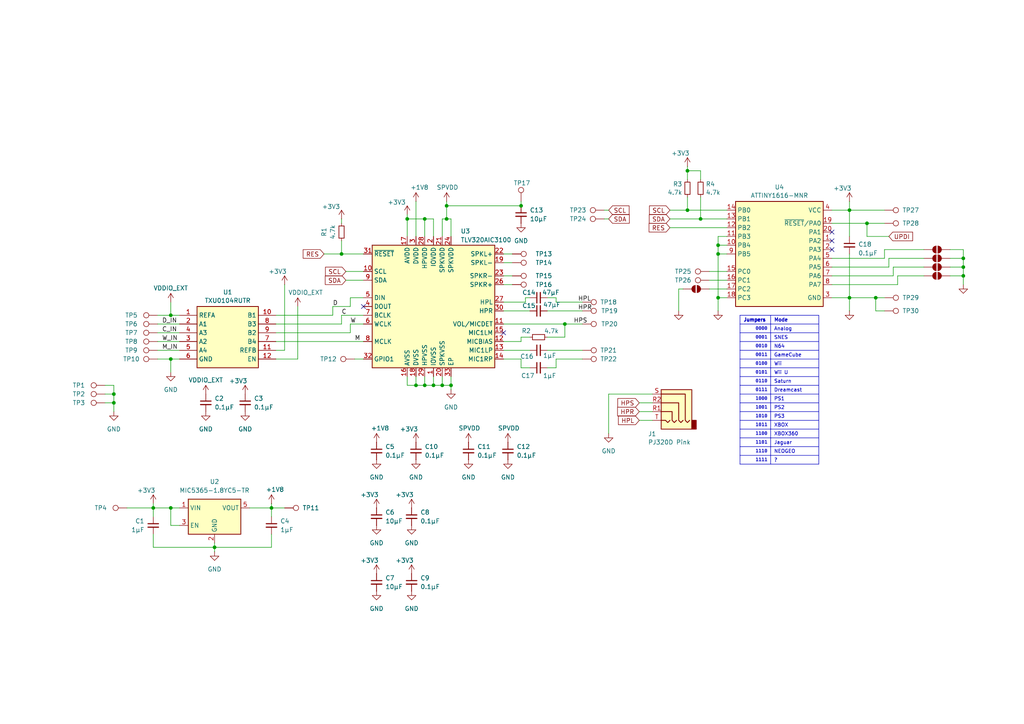
<source format=kicad_sch>
(kicad_sch (version 20250114) (generator "eeschema") (generator_version "9.0")
  (paper "A4")
  (lib_symbols
    (symbol "Audio:TLV320AIC3100"
      (property "Reference" "U1" (at 7.2741 22.86 0))
      (property "Value" "TLV320AIC3100" (at 7.2741 20.32 0))
      (symbol "TLV320AIC3100_1_1"
        (pin input line (at -20.32 15.24 0) (length 2.54) (name "~{RESET}") (number "31"))
        (pin input line (at -20.32 10.16 0) (length 2.54) (name "SCL") (number "10"))
        (pin bidirectional line (at -20.32 7.62 0) (length 2.54) (name "SDA") (number "9"))
        (pin input line (at -20.32 2.54 0) (length 2.54) (name "DIN") (number "5"))
        (pin output line (at -20.32 0 0) (length 2.54) (name "DOUT") (number "4"))
        (pin bidirectional line (at -20.32 -2.54 0) (length 2.54) (name "BCLK") (number "7"))
        (pin bidirectional line (at -20.32 -5.08 0) (length 2.54) (name "WCLK") (number "6"))
        (pin input line (at -20.32 -10.16 0) (length 2.54) (name "MCLK") (number "8"))
        (pin bidirectional line (at -20.32 -15.24 0) (length 2.54) (name "GPIO1") (number "32"))
        (pin power_in line (at -7.62 20.32 270) (length 2.54) (name "AVDD") (number "17"))
        (pin power_in line (at -7.62 -20.32 90) (length 2.54) (name "AVSS") (number "16"))
        (pin power_in line (at -5.08 20.32 270) (length 2.54) (name "DVDD") (number "3"))
        (pin power_in line (at -5.08 -20.32 90) (length 2.54) (name "DVSS") (number "18"))
        (pin power_in line (at -2.54 20.32 270) (length 2.54) (name "HPVDD") (number "28"))
        (pin power_in line (at -2.54 -20.32 90) (length 2.54) (name "HPVSS") (number "29"))
        (pin power_in line (at 0 20.32 270) (length 2.54) (name "IOVDD") (number "2"))
        (pin power_in line (at 0 -20.32 90) (length 2.54) (name "IOVSS") (number "1"))
        (pin power_in line (at 2.54 20.32 270) (length 2.54) (name "SPKVDD") (number "21"))
        (pin power_in line (at 2.54 -20.32 90) (length 2.54) (name "SPKVSS") (number "20"))
        (pin passive line (at 2.54 -20.32 90) (length 2.54) (hide yes) (name "SPKVSS") (number "25"))
        (pin power_in line (at 5.08 20.32 270) (length 2.54) (name "SPKVDD") (number "24"))
        (pin power_in line (at 5.08 -20.32 90) (length 2.54) (name "EP") (number "33"))
        (pin output line (at 20.32 15.24 180) (length 2.54) (name "SPKL+") (number "22"))
        (pin output line (at 20.32 12.7 180) (length 2.54) (name "SPKL-") (number "19"))
        (pin passive line (at 20.32 8.89 180) (length 2.54) (name "SPKR-") (number "23"))
        (pin passive line (at 20.32 6.35 180) (length 2.54) (name "SPKR+") (number "26"))
        (pin output line (at 20.32 1.27 180) (length 2.54) (name "HPL") (number "27"))
        (pin output line (at 20.32 -1.27 180) (length 2.54) (name "HPR") (number "30"))
        (pin input line (at 20.32 -5.08 180) (length 2.54) (name "VOL/MICDET") (number "11"))
        (pin input line (at 20.32 -7.62 180) (length 2.54) (name "MIC1LM") (number "15"))
        (pin power_out line (at 20.32 -10.16 180) (length 2.54) (name "MICBIAS") (number "12"))
        (pin input line (at 20.32 -12.7 180) (length 2.54) (name "MIC1LP") (number "13"))
        (pin input line (at 20.32 -15.24 180) (length 2.54) (name "MIC1RP") (number "14"))
      )
    )
    (symbol "Connector:TestPoint" (pin_numbers (hide yes)) (pin_names (offset 0.762) (hide yes))
      (property "Reference" "TP" (at 0 6.858 0))
      (property "Value" "TestPoint" (at 0 5.08 0))
      (symbol "TestPoint_1_1"
        (pin passive line (at 0 0 90) (length 2.54) (name "1") (number "1"))
      )
    )
    (symbol "Connector_Audio:AudioJack4"
      (property "Reference" "J" (at 0 8.89 0))
      (property "Value" "AudioJack4" (at 0 6.35 0))
      (symbol "AudioJack4_1_1"
        (pin passive line (at 5.08 2.54 180) (length 2.54) (name "~") (number "S"))
        (pin passive line (at 5.08 0 180) (length 2.54) (name "~") (number "R2"))
        (pin passive line (at 5.08 -2.54 180) (length 2.54) (name "~") (number "R1"))
        (pin passive line (at 5.08 -5.08 180) (length 2.54) (name "~") (number "T"))
      )
    )
    (symbol "Device:C_Small" (pin_numbers (hide yes)) (pin_names (offset 0.254) (hide yes))
      (property "Reference" "C" (at 0.254 1.778 0))
      (property "Value" "C_Small" (at 0.254 -2.032 0))
      (symbol "C_Small_1_1"
        (pin passive line (at 0 2.54 270) (length 2.032) (name "~") (number "1"))
        (pin passive line (at 0 -2.54 90) (length 2.032) (name "~") (number "2"))
      )
    )
    (symbol "Device:R_Small" (pin_numbers (hide yes)) (pin_names (offset 0.254) (hide yes))
      (property "Reference" "R" (at 0.762 0.508 0))
      (property "Value" "R_Small" (at 0.762 -1.016 0))
      (symbol "R_Small_1_1"
        (pin passive line (at 0 2.54 270) (length 0.762) (name "~") (number "1"))
        (pin passive line (at 0 -2.54 90) (length 0.762) (name "~") (number "2"))
      )
    )
    (symbol "Jumper:SolderJumper_2_Open" (pin_numbers (hide yes)) (pin_names (offset 0) (hide yes)) (exclude_from_sim yes) (in_bom no)
      (property "Reference" "JP" (at 0 2.032 0))
      (property "Value" "SolderJumper_2_Open" (at 0 -2.54 0))
      (symbol "SolderJumper_2_Open_1_1"
        (pin passive line (at -3.81 0 0) (length 2.54) (name "A") (number "1"))
        (pin passive line (at 3.81 0 180) (length 2.54) (name "B") (number "2"))
      )
    )
    (symbol "MCU_Microchip_ATtiny:ATtiny1616-M"
      (property "Reference" "U2" (at -12.7 11.43 0))
      (property "Value" "ATtiny1616-M" (at -1.27 11.43 0))
      (symbol "ATtiny1616-M_1_1"
        (pin bidirectional line (at -15.24 7.62 0) (length 2.54) (name "PB0") (number "14"))
        (pin bidirectional line (at -15.24 5.08 0) (length 2.54) (name "PB1") (number "13"))
        (pin bidirectional line (at -15.24 2.54 0) (length 2.54) (name "PB2") (number "12"))
        (pin bidirectional line (at -15.24 0 0) (length 2.54) (name "PB3") (number "11"))
        (pin bidirectional line (at -15.24 -2.54 0) (length 2.54) (name "PB4") (number "10"))
        (pin bidirectional line (at -15.24 -5.08 0) (length 2.54) (name "PB5") (number "9"))
        (pin bidirectional line (at -15.24 -10.16 0) (length 2.54) (name "PC0") (number "15"))
        (pin bidirectional line (at -15.24 -12.7 0) (length 2.54) (name "PC1") (number "16"))
        (pin bidirectional line (at -15.24 -15.24 0) (length 2.54) (name "PC2") (number "17"))
        (pin bidirectional line (at -15.24 -17.78 0) (length 2.54) (name "PC3") (number "18"))
        (pin power_in line (at 15.24 7.62 180) (length 2.54) (name "VCC") (number "4"))
        (pin bidirectional line (at 15.24 3.81 180) (length 2.54) (name "~{RESET}/PA0") (number "19"))
        (pin bidirectional line (at 15.24 1.27 180) (length 2.54) (name "PA1") (number "20"))
        (pin bidirectional line (at 15.24 -1.27 180) (length 2.54) (name "PA2") (number "1"))
        (pin bidirectional line (at 15.24 -3.81 180) (length 2.54) (name "PA3") (number "2"))
        (pin bidirectional line (at 15.24 -6.35 180) (length 2.54) (name "PA4") (number "5"))
        (pin bidirectional line (at 15.24 -8.89 180) (length 2.54) (name "PA5") (number "6"))
        (pin bidirectional line (at 15.24 -11.43 180) (length 2.54) (name "PA6") (number "7"))
        (pin bidirectional line (at 15.24 -13.97 180) (length 2.54) (name "PA7") (number "8"))
        (pin passive line (at 15.24 -17.78 180) (length 2.54) (hide yes) (name "GND") (number "21"))
        (pin power_in line (at 15.24 -17.78 180) (length 2.54) (name "GND") (number "3"))
      )
    )
    (symbol "Regulator_Linear:MIC5365-3.3YC5"
      (property "Reference" "U" (at -6.35 6.35 0))
      (property "Value" "MIC5365-3.3YC5" (at 0 6.35 0))
      (symbol "MIC5365-3.3YC5_1_1"
        (pin power_in line (at -10.16 2.54 0) (length 2.54) (name "VIN") (number "1"))
        (pin input line (at -10.16 -2.54 0) (length 2.54) (name "EN") (number "3"))
        (pin power_in line (at 0 -7.62 90) (length 2.54) (name "GND") (number "2"))
        (pin no_connect line (at 7.62 -2.54 180) (length 2.54) (hide yes) (name "NC") (number "4"))
        (pin power_out line (at 10.16 2.54 180) (length 2.54) (name "VOUT") (number "5"))
      )
    )
    (symbol "SamacSys_Parts:LSF0204GU12X"
      (property "Reference" "IC1" (at 13.97 7.62 0))
      (property "Value" "LSF0204GU12X" (at 13.97 5.08 0))
      (symbol "LSF0204GU12X_1_1"
        (pin passive line (at 0 0 0) (length 5.08) (name "REFA") (number "1"))
        (pin passive line (at 0 -2.54 0) (length 5.08) (name "A1") (number "2"))
        (pin passive line (at 0 -5.08 0) (length 5.08) (name "A3") (number "4"))
        (pin passive line (at 0 -7.62 0) (length 5.08) (name "A2") (number "3"))
        (pin passive line (at 0 -10.16 0) (length 5.08) (name "A4") (number "5"))
        (pin passive line (at 0 -12.7 0) (length 5.08) (name "GND") (number "6"))
        (pin passive line (at 27.94 0 180) (length 5.08) (name "B1") (number "10"))
        (pin passive line (at 27.94 -2.54 180) (length 5.08) (name "B3") (number "8"))
        (pin passive line (at 27.94 -5.08 180) (length 5.08) (name "B2") (number "9"))
        (pin passive line (at 27.94 -7.62 180) (length 5.08) (name "B4") (number "7"))
        (pin passive line (at 27.94 -10.16 180) (length 5.08) (name "REFB") (number "11"))
        (pin passive line (at 27.94 -12.7 180) (length 5.08) (name "EN") (number "12"))
      )
    )
    (symbol "power:+1V8" (power) (pin_numbers (hide yes)) (pin_names (offset 0) (hide yes))
      (property "Value" "+1V8" (at 0 3.556 0))
      (symbol "+1V8_1_1"
        (pin power_in line (at 0 0 90) (length 0) (name "~") (number "1"))
      )
    )
    (symbol "power:+3V3" (power) (pin_numbers (hide yes)) (pin_names (offset 0) (hide yes))
      (property "Value" "+3V3" (at 0 3.556 0))
      (symbol "+3V3_1_1"
        (pin power_in line (at 0 0 90) (length 0) (name "~") (number "1"))
      )
    )
    (symbol "power:GND" (power) (pin_numbers (hide yes)) (pin_names (offset 0) (hide yes))
      (property "Value" "GND" (at 0 -3.81 0))
      (symbol "GND_1_1"
        (pin power_in line (at 0 0 270) (length 0) (name "~") (number "1"))
      )
    )
  )
  (junction (at 123.19 63.5))
  (junction (at 78.74 147.32))
  (junction (at 123.19 111.76))
  (junction (at 279.4 77.47))
  (junction (at 129.54 63.5))
  (junction (at 163.83 93.98))
  (junction (at 33.02 114.3))
  (junction (at 279.4 80.01))
  (junction (at 44.45 147.32))
  (junction (at 49.53 147.32))
  (junction (at 208.28 86.36))
  (junction (at 118.11 63.5))
  (junction (at 246.38 86.36))
  (junction (at 151.13 59.69))
  (junction (at 49.53 91.44))
  (junction (at 199.39 60.96))
  (junction (at 279.4 74.93))
  (junction (at 128.27 111.76))
  (junction (at 62.23 158.75))
  (junction (at 203.2 63.5))
  (junction (at 49.53 104.14))
  (junction (at 208.28 71.12))
  (junction (at 129.54 59.69))
  (junction (at 251.46 64.77))
  (junction (at 120.65 111.76))
  (junction (at 125.73 111.76))
  (junction (at 130.81 111.76))
  (junction (at 254 86.36))
  (junction (at 199.39 49.53))
  (junction (at 33.02 116.84))
  (junction (at 208.28 73.66))
  (junction (at 246.38 60.96))
  (junction (at 99.06 73.66))
  (no_connect (at 146.05 96.52))
  (no_connect (at 105.41 88.9))
  (no_connect (at 241.3 69.85))
  (no_connect (at 241.3 72.39))
  (no_connect (at 241.3 67.31))
  (wire (pts (xy 36.83 147.32) (xy 44.45 147.32)))
  (wire (pts (xy 99.06 69.85) (xy 99.06 73.66)))
  (wire (pts (xy 176.53 114.3) (xy 189.23 114.3)))
  (wire (pts (xy 118.11 109.22) (xy 118.11 111.76)))
  (wire (pts (xy 158.75 101.6) (xy 168.91 101.6)))
  (wire (pts (xy 158.75 97.79) (xy 163.83 97.79)))
  (wire (pts (xy 158.75 106.68) (xy 161.29 106.68)))
  (wire (pts (xy 49.53 107.95) (xy 49.53 104.14)))
  (wire (pts (xy 254 90.17) (xy 256.54 90.17)))
  (wire (pts (xy 158.75 86.36) (xy 161.29 86.36)))
  (wire (pts (xy 123.19 109.22) (xy 123.19 111.76)))
  (wire (pts (xy 129.54 59.69) (xy 151.13 59.69)))
  (wire (pts (xy 125.73 63.5) (xy 123.19 63.5)))
  (wire (pts (xy 129.54 59.69) (xy 129.54 63.5)))
  (wire (pts (xy 163.83 93.98) (xy 146.05 93.98)))
  (wire (pts (xy 130.81 111.76) (xy 130.81 113.03)))
  (wire (pts (xy 80.01 101.6) (xy 82.55 101.6)))
  (wire (pts (xy 279.4 77.47) (xy 279.4 80.01)))
  (wire (pts (xy 163.83 97.79) (xy 163.83 93.98)))
  (wire (pts (xy 102.87 104.14) (xy 105.41 104.14)))
  (wire (pts (xy 120.65 58.42) (xy 120.65 68.58)))
  (wire (pts (xy 241.3 60.96) (xy 246.38 60.96)))
  (wire (pts (xy 49.53 147.32) (xy 49.53 152.4)))
  (wire (pts (xy 49.53 91.44) (xy 52.07 91.44)))
  (wire (pts (xy 151.13 104.14) (xy 151.13 106.68)))
  (wire (pts (xy 101.6 93.98) (xy 101.6 96.52)))
  (wire (pts (xy 279.4 72.39) (xy 279.4 74.93)))
  (wire (pts (xy 176.53 125.73) (xy 176.53 114.3)))
  (wire (pts (xy 203.2 49.53) (xy 203.2 52.07)))
  (wire (pts (xy 246.38 86.36) (xy 254 86.36)))
  (wire (pts (xy 80.01 104.14) (xy 86.36 104.14)))
  (wire (pts (xy 208.28 86.36) (xy 208.28 90.17)))
  (wire (pts (xy 33.02 116.84) (xy 33.02 114.3)))
  (wire (pts (xy 118.11 111.76) (xy 120.65 111.76)))
  (wire (pts (xy 33.02 114.3) (xy 33.02 111.76)))
  (wire (pts (xy 30.48 116.84) (xy 33.02 116.84)))
  (wire (pts (xy 45.72 104.14) (xy 49.53 104.14)))
  (wire (pts (xy 267.97 80.01) (xy 260.35 80.01)))
  (wire (pts (xy 246.38 73.66) (xy 246.38 86.36)))
  (wire (pts (xy 146.05 90.17) (xy 153.67 90.17)))
  (wire (pts (xy 33.02 119.38) (xy 33.02 116.84)))
  (wire (pts (xy 161.29 86.36) (xy 161.29 87.63)))
  (wire (pts (xy 208.28 68.58) (xy 208.28 71.12)))
  (wire (pts (xy 125.73 68.58) (xy 125.73 63.5)))
  (wire (pts (xy 151.13 97.79) (xy 153.67 97.79)))
  (wire (pts (xy 208.28 86.36) (xy 210.82 86.36)))
  (wire (pts (xy 199.39 57.15) (xy 199.39 60.96)))
  (wire (pts (xy 199.39 48.26) (xy 199.39 49.53)))
  (wire (pts (xy 158.75 90.17) (xy 168.91 90.17)))
  (wire (pts (xy 120.65 111.76) (xy 123.19 111.76)))
  (wire (pts (xy 125.73 109.22) (xy 125.73 111.76)))
  (wire (pts (xy 49.53 104.14) (xy 52.07 104.14)))
  (wire (pts (xy 256.54 74.93) (xy 256.54 72.39)))
  (wire (pts (xy 78.74 147.32) (xy 78.74 149.86)))
  (wire (pts (xy 44.45 158.75) (xy 62.23 158.75)))
  (wire (pts (xy 62.23 158.75) (xy 62.23 160.02)))
  (wire (pts (xy 203.2 63.5) (xy 210.82 63.5)))
  (wire (pts (xy 99.06 91.44) (xy 99.06 93.98)))
  (wire (pts (xy 44.45 154.94) (xy 44.45 158.75)))
  (wire (pts (xy 78.74 158.75) (xy 62.23 158.75)))
  (wire (pts (xy 146.05 104.14) (xy 151.13 104.14)))
  (wire (pts (xy 161.29 87.63) (xy 168.91 87.63)))
  (wire (pts (xy 152.4 87.63) (xy 146.05 87.63)))
  (wire (pts (xy 99.06 93.98) (xy 80.01 93.98)))
  (wire (pts (xy 194.31 66.04) (xy 210.82 66.04)))
  (wire (pts (xy 78.74 154.94) (xy 78.74 158.75)))
  (wire (pts (xy 99.06 63.5) (xy 99.06 64.77)))
  (wire (pts (xy 161.29 104.14) (xy 168.91 104.14)))
  (wire (pts (xy 279.4 74.93) (xy 275.59 74.93)))
  (wire (pts (xy 279.4 72.39) (xy 275.59 72.39)))
  (wire (pts (xy 78.74 146.05) (xy 78.74 147.32)))
  (wire (pts (xy 45.72 99.06) (xy 52.07 99.06)))
  (wire (pts (xy 100.33 81.28) (xy 105.41 81.28)))
  (wire (pts (xy 210.82 71.12) (xy 208.28 71.12)))
  (wire (pts (xy 185.42 116.84) (xy 189.23 116.84)))
  (wire (pts (xy 148.59 73.66) (xy 146.05 73.66)))
  (wire (pts (xy 99.06 73.66) (xy 105.41 73.66)))
  (wire (pts (xy 148.59 80.01) (xy 146.05 80.01)))
  (wire (pts (xy 62.23 158.75) (xy 62.23 157.48)))
  (wire (pts (xy 44.45 147.32) (xy 49.53 147.32)))
  (wire (pts (xy 251.46 64.77) (xy 256.54 64.77)))
  (wire (pts (xy 148.59 82.55) (xy 146.05 82.55)))
  (wire (pts (xy 196.85 83.82) (xy 198.12 83.82)))
  (wire (pts (xy 257.81 74.93) (xy 257.81 77.47)))
  (wire (pts (xy 185.42 121.92) (xy 189.23 121.92)))
  (wire (pts (xy 241.3 77.47) (xy 257.81 77.47)))
  (wire (pts (xy 130.81 63.5) (xy 129.54 63.5)))
  (wire (pts (xy 101.6 96.52) (xy 80.01 96.52)))
  (wire (pts (xy 161.29 106.68) (xy 161.29 104.14)))
  (wire (pts (xy 82.55 82.55) (xy 82.55 101.6)))
  (wire (pts (xy 259.08 80.01) (xy 259.08 77.47)))
  (wire (pts (xy 44.45 146.05) (xy 44.45 147.32)))
  (wire (pts (xy 146.05 101.6) (xy 153.67 101.6)))
  (wire (pts (xy 246.38 60.96) (xy 246.38 58.42)))
  (wire (pts (xy 279.4 80.01) (xy 279.4 82.55)))
  (wire (pts (xy 205.74 81.28) (xy 210.82 81.28)))
  (wire (pts (xy 129.54 58.42) (xy 129.54 59.69)))
  (wire (pts (xy 45.72 93.98) (xy 52.07 93.98)))
  (wire (pts (xy 96.52 88.9) (xy 101.6 88.9)))
  (wire (pts (xy 45.72 101.6) (xy 52.07 101.6)))
  (wire (pts (xy 267.97 74.93) (xy 257.81 74.93)))
  (wire (pts (xy 246.38 86.36) (xy 246.38 90.17)))
  (wire (pts (xy 279.4 74.93) (xy 279.4 77.47)))
  (wire (pts (xy 279.4 80.01) (xy 275.59 80.01)))
  (wire (pts (xy 257.81 68.58) (xy 251.46 68.58)))
  (wire (pts (xy 130.81 63.5) (xy 130.81 68.58)))
  (wire (pts (xy 80.01 99.06) (xy 105.41 99.06)))
  (wire (pts (xy 130.81 111.76) (xy 130.81 109.22)))
  (wire (pts (xy 101.6 88.9) (xy 101.6 86.36)))
  (wire (pts (xy 72.39 147.32) (xy 78.74 147.32)))
  (wire (pts (xy 52.07 152.4) (xy 49.53 152.4)))
  (wire (pts (xy 168.91 93.98) (xy 163.83 93.98)))
  (wire (pts (xy 256.54 60.96) (xy 246.38 60.96)))
  (wire (pts (xy 175.26 63.5) (xy 176.53 63.5)))
  (wire (pts (xy 151.13 58.42) (xy 151.13 59.69)))
  (wire (pts (xy 152.4 86.36) (xy 153.67 86.36)))
  (wire (pts (xy 123.19 111.76) (xy 125.73 111.76)))
  (wire (pts (xy 246.38 60.96) (xy 246.38 68.58)))
  (wire (pts (xy 86.36 88.9) (xy 86.36 104.14)))
  (wire (pts (xy 205.74 78.74) (xy 210.82 78.74)))
  (wire (pts (xy 203.2 57.15) (xy 203.2 63.5)))
  (wire (pts (xy 279.4 77.47) (xy 275.59 77.47)))
  (wire (pts (xy 128.27 109.22) (xy 128.27 111.76)))
  (wire (pts (xy 151.13 106.68) (xy 153.67 106.68)))
  (wire (pts (xy 123.19 63.5) (xy 118.11 63.5)))
  (wire (pts (xy 260.35 80.01) (xy 260.35 82.55)))
  (wire (pts (xy 45.72 96.52) (xy 52.07 96.52)))
  (wire (pts (xy 208.28 71.12) (xy 208.28 73.66)))
  (wire (pts (xy 148.59 76.2) (xy 146.05 76.2)))
  (wire (pts (xy 125.73 111.76) (xy 128.27 111.76)))
  (wire (pts (xy 82.55 147.32) (xy 78.74 147.32)))
  (wire (pts (xy 105.41 91.44) (xy 99.06 91.44)))
  (wire (pts (xy 199.39 52.07) (xy 199.39 49.53)))
  (wire (pts (xy 208.28 73.66) (xy 208.28 86.36)))
  (wire (pts (xy 30.48 114.3) (xy 33.02 114.3)))
  (wire (pts (xy 259.08 77.47) (xy 267.97 77.47)))
  (wire (pts (xy 129.54 63.5) (xy 128.27 63.5)))
  (wire (pts (xy 100.33 78.74) (xy 105.41 78.74)))
  (wire (pts (xy 241.3 74.93) (xy 256.54 74.93)))
  (wire (pts (xy 118.11 62.23) (xy 118.11 63.5)))
  (wire (pts (xy 151.13 99.06) (xy 151.13 97.79)))
  (wire (pts (xy 120.65 109.22) (xy 120.65 111.76)))
  (wire (pts (xy 205.74 83.82) (xy 210.82 83.82)))
  (wire (pts (xy 256.54 72.39) (xy 267.97 72.39)))
  (wire (pts (xy 199.39 60.96) (xy 210.82 60.96)))
  (wire (pts (xy 175.26 60.96) (xy 176.53 60.96)))
  (wire (pts (xy 128.27 111.76) (xy 130.81 111.76)))
  (wire (pts (xy 260.35 82.55) (xy 241.3 82.55)))
  (wire (pts (xy 44.45 147.32) (xy 44.45 149.86)))
  (wire (pts (xy 185.42 119.38) (xy 189.23 119.38)))
  (wire (pts (xy 251.46 68.58) (xy 251.46 64.77)))
  (wire (pts (xy 196.85 90.17) (xy 196.85 83.82)))
  (wire (pts (xy 210.82 68.58) (xy 208.28 68.58)))
  (wire (pts (xy 254 90.17) (xy 254 86.36)))
  (wire (pts (xy 194.31 60.96) (xy 199.39 60.96)))
  (wire (pts (xy 241.3 64.77) (xy 251.46 64.77)))
  (wire (pts (xy 152.4 86.36) (xy 152.4 87.63)))
  (wire (pts (xy 241.3 86.36) (xy 246.38 86.36)))
  (wire (pts (xy 33.02 111.76) (xy 30.48 111.76)))
  (wire (pts (xy 194.31 63.5) (xy 203.2 63.5)))
  (wire (pts (xy 49.53 147.32) (xy 52.07 147.32)))
  (wire (pts (xy 199.39 49.53) (xy 203.2 49.53)))
  (wire (pts (xy 101.6 86.36) (xy 105.41 86.36)))
  (wire (pts (xy 241.3 80.01) (xy 259.08 80.01)))
  (wire (pts (xy 256.54 86.36) (xy 254 86.36)))
  (wire (pts (xy 93.98 73.66) (xy 99.06 73.66)))
  (wire (pts (xy 128.27 63.5) (xy 128.27 68.58)))
  (wire (pts (xy 49.53 87.63) (xy 49.53 91.44)))
  (wire (pts (xy 123.19 63.5) (xy 123.19 68.58)))
  (wire (pts (xy 96.52 91.44) (xy 96.52 88.9)))
  (wire (pts (xy 118.11 63.5) (xy 118.11 68.58)))
  (wire (pts (xy 96.52 91.44) (xy 80.01 91.44)))
  (wire (pts (xy 45.72 91.44) (xy 49.53 91.44)))
  (wire (pts (xy 146.05 99.06) (xy 151.13 99.06)))
  (wire (pts (xy 105.41 93.98) (xy 101.6 93.98)))
  (wire (pts (xy 210.82 73.66) (xy 208.28 73.66)))
  (table (column_count 2) (border (external yes) (header yes)) (separators (rows yes) (cols yes)) (column_widths 8.89 13.97) (row_heights 2.54 2.54 2.54 2.54 2.54 2.54 2.54 2.54 2.54 2.54 2.54 2.54 2.54 2.54 2.54 2.54 2.54) (cells (table_cell "Jumpers" (at 214.63 91.44 0) (size 8.89 2.54) (margins 0.9525 0.9525 0.9525 0.9525) (span 1 1)) (table_cell "Mode" (at 223.52 91.44 0) (size 13.97 2.54) (margins 0.9525 0.9525 0.9525 0.9525) (span 1 1)) (table_cell "0000" (at 214.63 93.98 0) (size 8.89 2.54) (margins 0.9525 0.9525 0.9525 0.9525) (span 1 1)) (table_cell "Analog" (at 223.52 93.98 0) (size 13.97 2.54) (margins 0.9525 0.9525 0.9525 0.9525) (span 1 1)) (table_cell "0001" (at 214.63 96.52 0) (size 8.89 2.54) (margins 0.9525 0.9525 0.9525 0.9525) (span 1 1)) (table_cell "SNES" (at 223.52 96.52 0) (size 13.97 2.54) (margins 0.9525 0.9525 0.9525 0.9525) (span 1 1)) (table_cell "0010" (at 214.63 99.06 0) (size 8.89 2.54) (margins 0.9525 0.9525 0.9525 0.9525) (span 1 1)) (table_cell "N64" (at 223.52 99.06 0) (size 13.97 2.54) (margins 0.9525 0.9525 0.9525 0.9525) (span 1 1)) (table_cell "0011" (at 214.63 101.6 0) (size 8.89 2.54) (margins 0.9525 0.9525 0.9525 0.9525) (span 1 1)) (table_cell "GameCube" (at 223.52 101.6 0) (size 13.97 2.54) (margins 0.9525 0.9525 0.9525 0.9525) (span 1 1)) (table_cell "0100" (at 214.63 104.14 0) (size 8.89 2.54) (margins 0.9525 0.9525 0.9525 0.9525) (span 1 1)) (table_cell "Wii" (at 223.52 104.14 0) (size 13.97 2.54) (margins 0.9525 0.9525 0.9525 0.9525) (span 1 1)) (table_cell "0101" (at 214.63 106.68 0) (size 8.89 2.54) (margins 0.9525 0.9525 0.9525 0.9525) (span 1 1)) (table_cell "Wii U" (at 223.52 106.68 0) (size 13.97 2.54) (margins 0.9525 0.9525 0.9525 0.9525) (span 1 1)) (table_cell "0110" (at 214.63 109.22 0) (size 8.89 2.54) (margins 0.9525 0.9525 0.9525 0.9525) (span 1 1)) (table_cell "Saturn" (at 223.52 109.22 0) (size 13.97 2.54) (margins 0.9525 0.9525 0.9525 0.9525) (span 1 1)) (table_cell "0111" (at 214.63 111.76 0) (size 8.89 2.54) (margins 0.9525 0.9525 0.9525 0.9525) (span 1 1)) (table_cell "Dreamcast" (at 223.52 111.76 0) (size 13.97 2.54) (margins 0.9525 0.9525 0.9525 0.9525) (span 1 1)) (table_cell "1000" (at 214.63 114.3 0) (size 8.89 2.54) (margins 0.9525 0.9525 0.9525 0.9525) (span 1 1)) (table_cell "PS1" (at 223.52 114.3 0) (size 13.97 2.54) (margins 0.9525 0.9525 0.9525 0.9525) (span 1 1)) (table_cell "1001" (at 214.63 116.84 0) (size 8.89 2.54) (margins 0.9525 0.9525 0.9525 0.9525) (span 1 1)) (table_cell "PS2" (at 223.52 116.84 0) (size 13.97 2.54) (margins 0.9525 0.9525 0.9525 0.9525) (span 1 1)) (table_cell "1010" (at 214.63 119.38 0) (size 8.89 2.54) (margins 0.9525 0.9525 0.9525 0.9525) (span 1 1)) (table_cell "PS3" (at 223.52 119.38 0) (size 13.97 2.54) (margins 0.9525 0.9525 0.9525 0.9525) (span 1 1)) (table_cell "1011" (at 214.63 121.92 0) (size 8.89 2.54) (margins 0.9525 0.9525 0.9525 0.9525) (span 1 1)) (table_cell "XBOX" (at 223.52 121.92 0) (size 13.97 2.54) (margins 0.9525 0.9525 0.9525 0.9525) (span 1 1)) (table_cell "1100" (at 214.63 124.46 0) (size 8.89 2.54) (margins 0.9525 0.9525 0.9525 0.9525) (span 1 1)) (table_cell "XBOX360" (at 223.52 124.46 0) (size 13.97 2.54) (margins 0.9525 0.9525 0.9525 0.9525) (span 1 1)) (table_cell "1101" (at 214.63 127 0) (size 8.89 2.54) (margins 0.9525 0.9525 0.9525 0.9525) (span 1 1)) (table_cell "Jaguar" (at 223.52 127 0) (size 13.97 2.54) (margins 0.9525 0.9525 0.9525 0.9525) (span 1 1)) (table_cell "1110" (at 214.63 129.54 0) (size 8.89 2.54) (margins 0.9525 0.9525 0.9525 0.9525) (span 1 1)) (table_cell "NEOGEO" (at 223.52 129.54 0) (size 13.97 2.54) (margins 0.9525 0.9525 0.9525 0.9525) (span 1 1)) (table_cell "1111" (at 214.63 132.08 0) (size 8.89 2.54) (margins 0.9525 0.9525 0.9525 0.9525) (span 1 1)) (table_cell "?" (at 223.52 132.08 0) (size 13.97 2.54) (margins 0.9525 0.9525 0.9525 0.9525) (span 1 1))))
  (label "HPR" (at 167.64 90.17 0))
  (label "M" (at 102.87 99.06 0))
  (label "D" (at 96.52 88.9 0))
  (label "W_IN" (at 46.99 99.06 0))
  (label "W" (at 101.6 93.98 0))
  (label "C" (at 99.06 91.44 0))
  (label "M_IN" (at 46.99 101.6 0))
  (label "D_IN" (at 46.99 93.98 0))
  (label "C_IN" (at 46.99 96.52 0))
  (label "HPL" (at 167.64 87.63 0))
  (label "HPS" (at 166.37 93.98 0))
  (global_label "HPS" (shape input) (at 185.42 116.84 180) (property "Intersheetrefs" "${INTERSHEET_REFS}" (effects (hide yes))))
  (global_label "HPL" (shape input) (at 185.42 121.92 180) (property "Intersheetrefs" "${INTERSHEET_REFS}" (effects (hide yes))))
  (global_label "SCL" (shape input) (at 100.33 78.74 180) (property "Intersheetrefs" "${INTERSHEET_REFS}" (effects (hide yes))))
  (global_label "SDA" (shape input) (at 176.53 63.5 0) (property "Intersheetrefs" "${INTERSHEET_REFS}" (effects (hide yes))))
  (global_label "SCL" (shape input) (at 176.53 60.96 0) (property "Intersheetrefs" "${INTERSHEET_REFS}" (effects (hide yes))))
  (global_label "UPDI" (shape input) (at 257.81 68.58 0) (property "Intersheetrefs" "${INTERSHEET_REFS}" (effects (hide yes))))
  (global_label "RES" (shape input) (at 194.31 66.04 180) (property "Intersheetrefs" "${INTERSHEET_REFS}" (effects (hide yes))))
  (global_label "RES" (shape input) (at 93.98 73.66 180) (property "Intersheetrefs" "${INTERSHEET_REFS}" (effects (hide yes))))
  (global_label "SDA" (shape input) (at 100.33 81.28 180) (property "Intersheetrefs" "${INTERSHEET_REFS}" (effects (hide yes))))
  (global_label "HPR" (shape input) (at 185.42 119.38 180) (property "Intersheetrefs" "${INTERSHEET_REFS}" (effects (hide yes))))
  (global_label "SCL" (shape input) (at 194.31 60.96 180) (property "Intersheetrefs" "${INTERSHEET_REFS}" (effects (hide yes))))
  (global_label "SDA" (shape input) (at 194.31 63.5 180) (property "Intersheetrefs" "${INTERSHEET_REFS}" (effects (hide yes))))
  (symbol (lib_id "Connector:TestPoint") (at 30.48 114.3 90) (unit 1)
    (property "Reference" "TP2" (at 22.86 114.3 90))
    (property "Footprint" "SamacSys_Parts:pth_pad" (effects (hide yes)))
  )
  (symbol (lib_id "Connector:TestPoint") (at 45.72 96.52 90) (unit 1)
    (property "Reference" "TP7" (at 38.1 96.52 90))
    (property "Footprint" "SamacSys_Parts:pth_pad" (effects (hide yes)))
  )
  (symbol (lib_id "power:GND") (at 109.22 152.4 0) (unit 1)
    (property "Reference" "#PWR017" (effects (hide yes)))
    (property "Value" "GND" (at 109.22 157.48 0))
    (property "Description" "Power symbol creates a global label with name \"GND\" , ground" (effects (hide yes)))
  )
  (symbol (lib_id "Connector:TestPoint") (at 168.91 101.6 270) (unit 1)
    (property "Reference" "TP21" (at 176.53 101.6 90))
    (property "Footprint" "SamacSys_Parts:pth_pad" (effects (hide yes)))
  )
  (symbol (lib_id "Device:C_Small") (at 119.38 149.86 0) (mirror y) (unit 1)
    (property "Reference" "C8" (at 121.92 148.5962 0) (effects (justify right)))
    (property "Value" "0.1µF" (at 121.92 151.1362 0) (effects (justify right)))
    (property "Footprint" "Capacitor_SMD:C_0402_1005Metric" (effects (hide yes)))
    (property "Description" "Unpolarized capacitor, small symbol" (effects (hide yes)))
  )
  (symbol (lib_id "power:+3V3") (at 82.55 82.55 0) (unit 1)
    (property "Reference" "#PWR011" (effects (hide yes)))
    (property "Value" "+3V3" (at 80.518 78.74 0))
    (property "Description" "Power symbol creates a global label with name \"+3V3\"" (effects (hide yes)))
  )
  (symbol (lib_id "power:+1V8") (at 109.22 128.27 0) (unit 1)
    (property "Reference" "#PWR014" (effects (hide yes)))
    (property "Value" "+1V8" (at 110.236 124.206 0))
    (property "Description" "Power symbol creates a global label with name \"+1V8\"" (effects (hide yes)))
  )
  (symbol (lib_id "Device:R_Small") (at 203.2 54.61 0) (unit 1)
    (property "Reference" "R4" (at 204.6986 53.3978 0) (effects (justify left)))
    (property "Value" "4.7k" (at 204.6986 55.8221 0) (effects (justify left)))
    (property "Footprint" "Resistor_SMD:R_0402_1005Metric" (effects (hide yes)))
    (property "Description" "Resistor, small symbol" (effects (hide yes)))
  )
  (symbol (lib_id "Connector:TestPoint") (at 168.91 90.17 270) (unit 1)
    (property "Reference" "TP19" (at 176.784 90.17 90))
    (property "Value" "HPR" (effects (hide yes)))
    (property "Footprint" "SamacSys_Parts:pth_pad" (effects (hide yes)))
  )
  (symbol (lib_id "power:+3V3") (at 99.06 63.5 0) (unit 1)
    (property "Reference" "#PWR013" (effects (hide yes)))
    (property "Value" "+3V3" (at 96.012 59.944 0))
    (property "Description" "Power symbol creates a global label with name \"+3V3\"" (effects (hide yes)))
  )
  (symbol (lib_id "power:GND") (at 62.23 160.02 0) (unit 1)
    (property "Reference" "#PWR07" (effects (hide yes)))
    (property "Value" "GND" (at 62.23 165.1 0))
    (property "Description" "Power symbol creates a global label with name \"GND\" , ground" (effects (hide yes)))
  )
  (symbol (lib_id "Audio:TLV320AIC3100") (at 125.73 88.9 0) (unit 1)
    (property "Reference" "U3" (at 133.604 67.056 0) (effects (justify left)))
    (property "Value" "TLV320AIC3100" (at 133.604 69.596 0) (effects (justify left)))
    (property "Footprint" "Package_DFN_QFN:VQFN-32-1EP_5x5mm_P0.5mm_EP3.5x3.5mm" (effects (hide yes)))
    (property "Datasheet" "http://www.ti.com/lit/ds/symlink/tlv320aic3100.pdf" (effects (hide yes)))
    (property "Description" "Low Power Audio Codec with Audio Processing and Mono Class‑D Amplifier, VQFN-32" (effects (hide yes)))
  )
  (symbol (lib_id "power:GND") (at 196.85 90.17 0) (unit 1)
    (property "Reference" "#PWR036" (effects (hide yes)))
    (property "Value" "GND" (effects (hide yes)))
  )
  (symbol (lib_id "Connector:TestPoint") (at 148.59 73.66 270) (unit 1)
    (property "Reference" "TP13" (at 157.734 73.66 90))
    (property "Value" "SPKL+" (effects (hide yes)))
    (property "Footprint" "SamacSys_Parts:pth_pad" (effects (hide yes)))
  )
  (symbol (lib_id "Connector:TestPoint") (at 45.72 101.6 90) (unit 1)
    (property "Reference" "TP9" (at 38.1 101.6 90))
    (property "Footprint" "SamacSys_Parts:pth_pad" (effects (hide yes)))
  )
  (symbol (lib_id "Connector:TestPoint") (at 256.54 90.17 270) (unit 1)
    (property "Reference" "TP30" (at 264.16 90.17 90))
    (property "Value" "GND" (effects (hide yes)))
    (property "Footprint" "TestPoint:TestPoint_Pad_D1.0mm" (effects (hide yes)))
  )
  (symbol (lib_id "power:+1V8") (at 78.74 146.05 0) (unit 1)
    (property "Reference" "#PWR010" (effects (hide yes)))
    (property "Value" "+1V8" (at 79.756 141.986 0))
    (property "Description" "Power symbol creates a global label with name \"+1V8\"" (effects (hide yes)))
  )
  (symbol (lib_id "Jumper:SolderJumper_2_Open") (at 271.78 74.93 0) (mirror y) (unit 1)
    (property "Reference" "JP3" (effects (hide yes)))
    (property "Value" "SolderJumper_2_Open" (effects (hide yes)))
    (property "Footprint" "SamacSys_Parts:small_solder_jumper" (effects (hide yes)))
    (property "Description" "Solder Jumper, 2-pole, open" (effects (hide yes)))
  )
  (symbol (lib_id "power:GND") (at 119.38 152.4 0) (unit 1)
    (property "Reference" "#PWR022" (effects (hide yes)))
    (property "Value" "GND" (at 119.38 157.48 0))
    (property "Description" "Power symbol creates a global label with name \"GND\" , ground" (effects (hide yes)))
  )
  (symbol (lib_id "Device:C_Small") (at 120.65 130.81 0) (mirror y) (unit 1)
    (property "Reference" "C10" (at 123.19 129.5462 0) (effects (justify right)))
    (property "Value" "0.1µF" (at 123.19 132.0862 0) (effects (justify right)))
    (property "Footprint" "Capacitor_SMD:C_0402_1005Metric" (effects (hide yes)))
    (property "Description" "Unpolarized capacitor, small symbol" (effects (hide yes)))
  )
  (symbol (lib_id "Device:C_Small") (at 119.38 168.91 0) (mirror y) (unit 1)
    (property "Reference" "C9" (at 121.92 167.6462 0) (effects (justify right)))
    (property "Value" "0.1µF" (at 121.92 170.1862 0) (effects (justify right)))
    (property "Footprint" "Capacitor_SMD:C_0402_1005Metric" (effects (hide yes)))
    (property "Description" "Unpolarized capacitor, small symbol" (effects (hide yes)))
  )
  (symbol (lib_id "Connector:TestPoint") (at 148.59 82.55 270) (unit 1)
    (property "Reference" "TP16" (at 157.734 82.55 90))
    (property "Value" "SPKR+" (effects (hide yes)))
    (property "Footprint" "SamacSys_Parts:pth_pad" (effects (hide yes)))
  )
  (symbol (lib_id "power:GND") (at 71.12 119.38 0) (unit 1)
    (property "Reference" "#PWR09" (effects (hide yes)))
    (property "Value" "GND" (at 71.12 124.46 0))
    (property "Description" "Power symbol creates a global label with name \"GND\" , ground" (effects (hide yes)))
  )
  (symbol (lib_id "Connector:TestPoint") (at 256.54 60.96 270) (unit 1)
    (property "Reference" "TP27" (at 264.16 60.96 90))
    (property "Value" "3.3V" (effects (hide yes)))
    (property "Footprint" "TestPoint:TestPoint_Pad_D1.0mm" (effects (hide yes)))
  )
  (symbol (lib_id "power:+3V3") (at 71.12 114.3 0) (unit 1)
    (property "Reference" "#PWR08" (effects (hide yes)))
    (property "Value" "+3V3" (at 69.088 110.49 0))
    (property "Description" "Power symbol creates a global label with name \"+3V3\"" (effects (hide yes)))
  )
  (symbol (lib_id "power:+3V3") (at 86.36 88.9 0) (unit 1)
    (property "Reference" "#PWR012" (effects (hide yes)))
    (property "Value" "VDDIO_EXT" (at 88.646 84.836 0))
    (property "Description" "Power symbol creates a global label with name \"+3V3\"" (effects (hide yes)))
  )
  (symbol (lib_id "power:+3V3") (at 109.22 166.37 0) (unit 1)
    (property "Reference" "#PWR018" (effects (hide yes)))
    (property "Value" "+3V3" (at 107.188 162.56 0))
    (property "Description" "Power symbol creates a global label with name \"+3V3\"" (effects (hide yes)))
  )
  (symbol (lib_id "power:+3V3") (at 59.69 114.3 0) (unit 1)
    (property "Reference" "#PWR05" (effects (hide yes)))
    (property "Value" "VDDIO_EXT" (at 59.69 110.236 0))
    (property "Description" "Power symbol creates a global label with name \"+3V3\"" (effects (hide yes)))
  )
  (symbol (lib_id "Connector:TestPoint") (at 168.91 87.63 270) (unit 1)
    (property "Reference" "TP18" (at 176.53 87.63 90))
    (property "Value" "HPL" (effects (hide yes)))
    (property "Footprint" "SamacSys_Parts:pth_pad" (effects (hide yes)))
  )
  (symbol (lib_id "Connector:TestPoint") (at 205.74 81.28 90) (mirror x) (unit 1)
    (property "Reference" "TP26" (at 198.12 81.28 90))
    (property "Value" "VOL-" (effects (hide yes)))
    (property "Footprint" "SamacSys_Parts:pth_pad" (effects (hide yes)))
  )
  (symbol (lib_id "power:GND") (at 176.53 125.73 0) (unit 1)
    (property "Reference" "#PWR035" (effects (hide yes)))
    (property "Value" "GND" (at 176.53 130.81 0))
    (property "Description" "Power symbol creates a global label with name \"GND\" , ground" (effects (hide yes)))
  )
  (symbol (lib_id "power:+3V3") (at 199.39 48.26 0) (unit 1)
    (property "Reference" "#PWR037" (effects (hide yes)))
    (property "Value" "+3V3" (at 197.358 44.45 0))
    (property "Description" "Power symbol creates a global label with name \"+3V3\"" (effects (hide yes)))
  )
  (symbol (lib_id "Device:C_Small") (at 151.13 62.23 0) (unit 1)
    (property "Reference" "C13" (at 153.67 60.9662 0) (effects (justify left)))
    (property "Value" "10µF" (at 153.67 63.5062 0) (effects (justify left)))
    (property "Footprint" "Capacitor_SMD:C_0603_1608Metric" (effects (hide yes)))
    (property "Description" "Unpolarized capacitor, small symbol" (effects (hide yes)))
  )
  (symbol (lib_id "Connector:TestPoint") (at 168.91 104.14 270) (unit 1)
    (property "Reference" "TP22" (at 176.53 104.14 90))
    (property "Footprint" "SamacSys_Parts:pth_pad" (effects (hide yes)))
  )
  (symbol (lib_id "Connector:TestPoint") (at 148.59 76.2 270) (unit 1)
    (property "Reference" "TP14" (at 157.734 76.2 90))
    (property "Value" "SPKL-" (effects (hide yes)))
    (property "Footprint" "SamacSys_Parts:pth_pad" (effects (hide yes)))
  )
  (symbol (lib_id "Regulator_Linear:MIC5365-3.3YC5") (at 62.23 149.86 0) (unit 1)
    (property "Reference" "U2" (at 62.23 139.7 0))
    (property "Value" "MIC5365-1.8YC5-TR" (at 62.23 142.24 0))
    (property "Footprint" "Package_TO_SOT_SMD:SOT-353_SC-70-5" (effects (hide yes)))
    (property "Datasheet" "http://ww1.microchip.com/downloads/en/DeviceDoc/mic5365.pdf" (effects (hide yes)))
    (property "Description" "150mA Low-dropout Voltage Regulator, Vout 3.3V, Vin up to 5.5V, SC-70-5" (effects (hide yes)))
  )
  (symbol (lib_id "power:+3V3") (at 119.38 166.37 0) (unit 1)
    (property "Reference" "#PWR023" (effects (hide yes)))
    (property "Value" "+3V3" (at 117.348 162.56 0))
    (property "Description" "Power symbol creates a global label with name \"+3V3\"" (effects (hide yes)))
  )
  (symbol (lib_id "Connector:TestPoint") (at 30.48 116.84 90) (unit 1)
    (property "Reference" "TP3" (at 22.86 116.84 90))
    (property "Footprint" "SamacSys_Parts:pth_pad" (effects (hide yes)))
  )
  (symbol (lib_id "power:+1V8") (at 120.65 58.42 0) (unit 1)
    (property "Reference" "#PWR025" (effects (hide yes)))
    (property "Value" "+1V8" (at 121.666 54.356 0))
    (property "Description" "Power symbol creates a global label with name \"+1V8\"" (effects (hide yes)))
  )
  (symbol (lib_id "Connector_Audio:AudioJack4") (at 194.31 116.84 0) (mirror y) (unit 1)
    (property "Reference" "J1" (at 187.96 125.8457 0) (effects (justify right)))
    (property "Value" "PJ320D Pink" (at 187.96 128.27 0) (effects (justify right)))
    (property "Footprint" "SamacSys_Parts:Jack_3.5mm_PJ320D_Horizontal" (effects (hide yes)))
    (property "Datasheet" "PJ320D Pink" (effects (hide yes)))
    (property "Description" "Audio Jack, 4 Poles (TRRS)" (effects (hide yes)))
  )
  (symbol (lib_id "Device:C_Small") (at 156.21 101.6 90) (mirror x) (unit 1)
    (property "Reference" "C16" (at 150.876 103.378 90) (effects (justify right)))
    (property "Value" "1µF" (at 157.48 103.124 90) (effects (justify right)))
    (property "Footprint" "Capacitor_SMD:C_0402_1005Metric" (effects (hide yes)))
    (property "Description" "Unpolarized capacitor, small symbol" (effects (hide yes)))
  )
  (symbol (lib_id "MCU_Microchip_ATtiny:ATtiny1616-M") (at 226.06 68.58 0) (unit 1)
    (property "Reference" "U4" (at 226.06 54.2755 0))
    (property "Value" "ATTINY1616-MNR" (at 226.06 56.6998 0))
    (property "Footprint" "Package_DFN_QFN:VQFN-20-1EP_3x3mm_P0.4mm_EP1.7x1.7mm" (effects (hide yes)))
    (property "Datasheet" "http://ww1.microchip.com/downloads/en/DeviceDoc/ATtiny3216_ATtiny1616-data-sheet-40001997B.pdf" (effects (hide yes)))
    (property "Description" "20MHz, 16kB Flash, 2kB SRAM, 256B EEPROM, VQFN-20" (effects (hide yes)))
  )
  (symbol (lib_id "Connector:TestPoint") (at 175.26 63.5 90) (unit 1)
    (property "Reference" "TP24" (at 167.64 63.5 90))
    (property "Value" "SDA" (effects (hide yes)))
    (property "Footprint" "TestPoint:TestPoint_Pad_D1.0mm" (effects (hide yes)))
  )
  (symbol (lib_id "power:+1V8") (at 129.54 58.42 0) (unit 1)
    (property "Reference" "#PWR028" (effects (hide yes)))
    (property "Value" "SPVDD" (at 129.794 54.356 0))
    (property "Description" "Power symbol creates a global label with name \"+1V8\"" (effects (hide yes)))
  )
  (symbol (lib_id "power:GND") (at 33.02 119.38 0) (unit 1)
    (property "Reference" "#PWR01" (effects (hide yes)))
    (property "Value" "GND" (at 33.02 124.46 0))
    (property "Description" "Power symbol creates a global label with name \"GND\" , ground" (effects (hide yes)))
  )
  (symbol (lib_id "Device:C_Small") (at 59.69 116.84 0) (mirror y) (unit 1)
    (property "Reference" "C2" (at 62.23 115.5762 0) (effects (justify right)))
    (property "Value" "0.1µF" (at 62.23 118.1162 0) (effects (justify right)))
    (property "Footprint" "Capacitor_SMD:C_0402_1005Metric" (effects (hide yes)))
    (property "Description" "Unpolarized capacitor, small symbol" (effects (hide yes)))
  )
  (symbol (lib_id "Connector:TestPoint") (at 82.55 147.32 270) (unit 1)
    (property "Reference" "TP11" (at 90.17 147.32 90))
    (property "Value" "GND" (effects (hide yes)))
    (property "Footprint" "SamacSys_Parts:TestPoint_Pad_D0.75" (effects (hide yes)))
  )
  (symbol (lib_id "Connector:TestPoint") (at 45.72 91.44 90) (unit 1)
    (property "Reference" "TP5" (at 38.1 91.44 90))
    (property "Footprint" "SamacSys_Parts:pth_pad" (effects (hide yes)))
  )
  (symbol (lib_id "Device:R_Small") (at 199.39 54.61 0) (mirror y) (unit 1)
    (property "Reference" "R3" (at 197.8914 53.3978 0) (effects (justify left)))
    (property "Value" "4.7k" (at 197.8914 55.8221 0) (effects (justify left)))
    (property "Footprint" "Resistor_SMD:R_0402_1005Metric" (effects (hide yes)))
    (property "Description" "Resistor, small symbol" (effects (hide yes)))
  )
  (symbol (lib_id "Connector:TestPoint") (at 256.54 64.77 270) (unit 1)
    (property "Reference" "TP28" (at 264.16 64.77 90))
    (property "Value" "UPDI" (effects (hide yes)))
    (property "Footprint" "TestPoint:TestPoint_Pad_D1.0mm" (effects (hide yes)))
  )
  (symbol (lib_id "Device:C_Small") (at 246.38 71.12 0) (mirror y) (unit 1)
    (property "Reference" "C18" (at 248.92 70.866 0) (effects (justify right)))
    (property "Value" "0.1µF" (at 248.92 73.406 0) (effects (justify right)))
    (property "Footprint" "Capacitor_SMD:C_0402_1005Metric" (effects (hide yes)))
    (property "Description" "Unpolarized capacitor, small symbol" (effects (hide yes)))
  )
  (symbol (lib_id "power:GND") (at 49.53 107.95 0) (unit 1)
    (property "Reference" "#PWR04" (effects (hide yes)))
    (property "Value" "GND" (at 49.53 113.03 0))
    (property "Description" "Power symbol creates a global label with name \"GND\" , ground" (effects (hide yes)))
  )
  (symbol (lib_id "power:GND") (at 109.22 133.35 0) (unit 1)
    (property "Reference" "#PWR015" (effects (hide yes)))
    (property "Value" "GND" (at 109.22 138.43 0))
    (property "Description" "Power symbol creates a global label with name \"GND\" , ground" (effects (hide yes)))
  )
  (symbol (lib_id "Device:R_Small") (at 99.06 67.31 0) (mirror x) (unit 1)
    (property "Reference" "R1" (at 93.98 67.31 90))
    (property "Value" "4.7k" (at 96.52 67.31 90))
    (property "Footprint" "Resistor_SMD:R_0402_1005Metric" (effects (hide yes)))
    (property "Description" "Resistor, small symbol" (effects (hide yes)))
  )
  (symbol (lib_id "Jumper:SolderJumper_2_Open") (at 271.78 72.39 0) (mirror y) (unit 1)
    (property "Reference" "JP2" (effects (hide yes)))
    (property "Value" "SolderJumper_2_Open" (effects (hide yes)))
    (property "Footprint" "SamacSys_Parts:small_solder_jumper" (effects (hide yes)))
    (property "Description" "Solder Jumper, 2-pole, open" (effects (hide yes)))
  )
  (symbol (lib_id "Device:C_Small") (at 147.32 130.81 0) (mirror y) (unit 1)
    (property "Reference" "C12" (at 149.86 129.5462 0) (effects (justify right)))
    (property "Value" "0.1µF" (at 149.86 132.0862 0) (effects (justify right)))
    (property "Footprint" "Capacitor_SMD:C_0402_1005Metric" (effects (hide yes)))
    (property "Description" "Unpolarized capacitor, small symbol" (effects (hide yes)))
  )
  (symbol (lib_id "Device:R_Small") (at 156.21 97.79 270) (mirror x) (unit 1)
    (property "Reference" "R2" (at 151.2839 95.9675 90) (effects (justify left)))
    (property "Value" "4.7k" (at 157.8079 96.0035 90) (effects (justify left)))
    (property "Footprint" "Resistor_SMD:R_0402_1005Metric" (effects (hide yes)))
    (property "Description" "Resistor, small symbol" (effects (hide yes)))
  )
  (symbol (lib_id "power:+1V8") (at 135.89 128.27 0) (unit 1)
    (property "Reference" "#PWR030" (effects (hide yes)))
    (property "Value" "SPVDD" (at 136.144 124.206 0))
    (property "Description" "Power symbol creates a global label with name \"+1V8\"" (effects (hide yes)))
  )
  (symbol (lib_id "power:+1V8") (at 147.32 128.27 0) (unit 1)
    (property "Reference" "#PWR032" (effects (hide yes)))
    (property "Value" "SPVDD" (at 147.574 124.206 0))
    (property "Description" "Power symbol creates a global label with name \"+1V8\"" (effects (hide yes)))
  )
  (symbol (lib_id "Device:C_Small") (at 156.21 106.68 90) (unit 1)
    (property "Reference" "C17" (at 151.13 108.966 90) (effects (justify right)))
    (property "Value" "1µF" (at 157.48 108.966 90) (effects (justify right)))
    (property "Footprint" "Capacitor_SMD:C_0402_1005Metric" (effects (hide yes)))
    (property "Description" "Unpolarized capacitor, small symbol" (effects (hide yes)))
  )
  (symbol (lib_id "power:GND") (at 59.69 119.38 0) (unit 1)
    (property "Reference" "#PWR06" (effects (hide yes)))
    (property "Value" "GND" (at 59.69 124.46 0))
    (property "Description" "Power symbol creates a global label with name \"GND\" , ground" (effects (hide yes)))
  )
  (symbol (lib_id "Device:C_Small") (at 135.89 130.81 0) (mirror y) (unit 1)
    (property "Reference" "C11" (at 138.43 129.5462 0) (effects (justify right)))
    (property "Value" "0.1µF" (at 138.43 132.0862 0) (effects (justify right)))
    (property "Footprint" "Capacitor_SMD:C_0402_1005Metric" (effects (hide yes)))
    (property "Description" "Unpolarized capacitor, small symbol" (effects (hide yes)))
  )
  (symbol (lib_id "power:GND") (at 246.38 90.17 0) (unit 1)
    (property "Reference" "#PWR040" (effects (hide yes)))
    (property "Value" "GND" (effects (hide yes)))
  )
  (symbol (lib_id "power:+3V3") (at 49.53 87.63 0) (unit 1)
    (property "Reference" "#PWR03" (effects (hide yes)))
    (property "Value" "VDDIO_EXT" (at 49.53 83.566 0))
    (property "Description" "Power symbol creates a global label with name \"+3V3\"" (effects (hide yes)))
  )
  (symbol (lib_id "power:GND") (at 130.81 113.03 0) (unit 1)
    (property "Reference" "#PWR029" (effects (hide yes)))
    (property "Value" "GND" (at 130.81 118.11 0))
    (property "Description" "Power symbol creates a global label with name \"GND\" , ground" (effects (hide yes)))
  )
  (symbol (lib_id "Device:C_Small") (at 109.22 149.86 0) (unit 1)
    (property "Reference" "C6" (at 111.76 148.5962 0) (effects (justify left)))
    (property "Value" "10µF" (at 111.76 151.1362 0) (effects (justify left)))
    (property "Footprint" "Capacitor_SMD:C_0603_1608Metric" (effects (hide yes)))
    (property "Description" "Unpolarized capacitor, small symbol" (effects (hide yes)))
  )
  (symbol (lib_id "Connector:TestPoint") (at 151.13 58.42 0) (unit 1)
    (property "Reference" "TP17" (at 151.384 53.086 0))
    (property "Value" "SPVDD" (effects (hide yes)))
    (property "Footprint" "SamacSys_Parts:pth_pad" (effects (hide yes)))
  )
  (symbol (lib_id "power:GND") (at 135.89 133.35 0) (unit 1)
    (property "Reference" "#PWR031" (effects (hide yes)))
    (property "Value" "GND" (at 135.89 138.43 0))
    (property "Description" "Power symbol creates a global label with name \"GND\" , ground" (effects (hide yes)))
  )
  (symbol (lib_id "Connector:TestPoint") (at 45.72 104.14 90) (unit 1)
    (property "Reference" "TP10" (at 38.1 104.14 90))
    (property "Footprint" "SamacSys_Parts:pth_pad" (effects (hide yes)))
  )
  (symbol (lib_id "power:+3V3") (at 118.11 62.23 0) (unit 1)
    (property "Reference" "#PWR020" (effects (hide yes)))
    (property "Value" "+3V3" (at 115.062 58.674 0))
    (property "Description" "Power symbol creates a global label with name \"+3V3\"" (effects (hide yes)))
  )
  (symbol (lib_id "Connector:TestPoint") (at 168.91 93.98 270) (unit 1)
    (property "Reference" "TP20" (at 176.784 93.98 90))
    (property "Value" "HPS" (effects (hide yes)))
    (property "Footprint" "SamacSys_Parts:pth_pad" (effects (hide yes)))
  )
  (symbol (lib_id "power:+3V3") (at 109.22 147.32 0) (unit 1)
    (property "Reference" "#PWR016" (effects (hide yes)))
    (property "Value" "+3V3" (at 107.188 143.51 0))
    (property "Description" "Power symbol creates a global label with name \"+3V3\"" (effects (hide yes)))
  )
  (symbol (lib_id "power:GND") (at 151.13 64.77 0) (unit 1)
    (property "Reference" "#PWR034" (effects (hide yes)))
    (property "Value" "GND" (at 151.13 69.85 0))
    (property "Description" "Power symbol creates a global label with name \"GND\" , ground" (effects (hide yes)))
  )
  (symbol (lib_id "Jumper:SolderJumper_2_Open") (at 271.78 77.47 0) (mirror y) (unit 1)
    (property "Reference" "JP4" (effects (hide yes)))
    (property "Value" "SolderJumper_2_Open" (effects (hide yes)))
    (property "Footprint" "SamacSys_Parts:small_solder_jumper" (effects (hide yes)))
    (property "Description" "Solder Jumper, 2-pole, open" (effects (hide yes)))
  )
  (symbol (lib_id "Connector:TestPoint") (at 256.54 86.36 270) (unit 1)
    (property "Reference" "TP29" (at 264.16 86.36 90))
    (property "Value" "GND" (effects (hide yes)))
    (property "Footprint" "SamacSys_Parts:pth_pad" (effects (hide yes)))
  )
  (symbol (lib_id "power:GND") (at 208.28 90.17 0) (unit 1)
    (property "Reference" "#PWR038" (effects (hide yes)))
    (property "Value" "GND" (effects (hide yes)))
  )
  (symbol (lib_id "power:GND") (at 279.4 82.55 0) (mirror y) (unit 1)
    (property "Reference" "#PWR041" (effects (hide yes)))
    (property "Value" "GND" (effects (hide yes)))
  )
  (symbol (lib_id "Device:C_Small") (at 109.22 168.91 0) (unit 1)
    (property "Reference" "C7" (at 111.76 167.6462 0) (effects (justify left)))
    (property "Value" "10µF" (at 111.76 170.1862 0) (effects (justify left)))
    (property "Footprint" "Capacitor_SMD:C_0603_1608Metric" (effects (hide yes)))
    (property "Description" "Unpolarized capacitor, small symbol" (effects (hide yes)))
  )
  (symbol (lib_id "Jumper:SolderJumper_2_Open") (at 271.78 80.01 0) (mirror y) (unit 1)
    (property "Reference" "JP5" (effects (hide yes)))
    (property "Value" "SolderJumper_2_Open" (effects (hide yes)))
    (property "Footprint" "SamacSys_Parts:small_solder_jumper" (effects (hide yes)))
    (property "Description" "Solder Jumper, 2-pole, open" (effects (hide yes)))
  )
  (symbol (lib_id "Connector:TestPoint") (at 45.72 93.98 90) (unit 1)
    (property "Reference" "TP6" (at 38.1 93.98 90))
    (property "Footprint" "SamacSys_Parts:pth_pad" (effects (hide yes)))
  )
  (symbol (lib_id "Connector:TestPoint") (at 36.83 147.32 90) (unit 1)
    (property "Reference" "TP4" (at 29.21 147.32 90))
    (property "Footprint" "SamacSys_Parts:pth_pad" (effects (hide yes)))
  )
  (symbol (lib_id "power:+3V3") (at 119.38 147.32 0) (unit 1)
    (property "Reference" "#PWR021" (effects (hide yes)))
    (property "Value" "+3V3" (at 117.348 143.51 0))
    (property "Description" "Power symbol creates a global label with name \"+3V3\"" (effects (hide yes)))
  )
  (symbol (lib_id "Connector:TestPoint") (at 102.87 104.14 90) (unit 1)
    (property "Reference" "TP12" (at 95.25 104.14 90))
    (property "Footprint" "TestPoint:TestPoint_Pad_D1.0mm" (effects (hide yes)))
  )
  (symbol (lib_id "power:GND") (at 120.65 133.35 0) (unit 1)
    (property "Reference" "#PWR027" (effects (hide yes)))
    (property "Value" "GND" (at 120.65 138.43 0))
    (property "Description" "Power symbol creates a global label with name \"GND\" , ground" (effects (hide yes)))
  )
  (symbol (lib_id "Device:C_Small") (at 109.22 130.81 0) (mirror y) (unit 1)
    (property "Reference" "C5" (at 111.76 129.5462 0) (effects (justify right)))
    (property "Value" "0.1µF" (at 111.76 132.0862 0) (effects (justify right)))
    (property "Footprint" "Capacitor_SMD:C_0402_1005Metric" (effects (hide yes)))
    (property "Description" "Unpolarized capacitor, small symbol" (effects (hide yes)))
  )
  (symbol (lib_id "power:+3V3") (at 120.65 128.27 0) (unit 1)
    (property "Reference" "#PWR026" (effects (hide yes)))
    (property "Value" "+3V3" (at 118.618 124.46 0))
    (property "Description" "Power symbol creates a global label with name \"+3V3\"" (effects (hide yes)))
  )
  (symbol (lib_id "power:+3V3") (at 246.38 58.42 0) (unit 1)
    (property "Reference" "#PWR039" (effects (hide yes)))
    (property "Value" "+3V3" (at 244.348 54.61 0))
    (property "Description" "Power symbol creates a global label with name \"+3V3\"" (effects (hide yes)))
  )
  (symbol (lib_id "Device:C_Small") (at 71.12 116.84 0) (mirror y) (unit 1)
    (property "Reference" "C3" (at 73.66 115.5762 0) (effects (justify right)))
    (property "Value" "0.1µF" (at 73.66 118.1162 0) (effects (justify right)))
    (property "Footprint" "Capacitor_SMD:C_0402_1005Metric" (effects (hide yes)))
    (property "Description" "Unpolarized capacitor, small symbol" (effects (hide yes)))
  )
  (symbol (lib_id "Jumper:SolderJumper_2_Open") (at 201.93 83.82 0) (mirror y) (unit 1)
    (property "Reference" "JP1" (effects (hide yes)))
    (property "Value" "SolderJumper_2_Open" (effects (hide yes)))
    (property "Footprint" "SamacSys_Parts:small_solder_jumper" (effects (hide yes)))
    (property "Description" "Solder Jumper, 2-pole, open" (effects (hide yes)))
  )
  (symbol (lib_id "power:GND") (at 109.22 171.45 0) (unit 1)
    (property "Reference" "#PWR019" (effects (hide yes)))
    (property "Value" "GND" (at 109.22 176.53 0))
    (property "Description" "Power symbol creates a global label with name \"GND\" , ground" (effects (hide yes)))
  )
  (symbol (lib_id "Connector:TestPoint") (at 45.72 99.06 90) (unit 1)
    (property "Reference" "TP8" (at 38.1 99.06 90))
    (property "Footprint" "SamacSys_Parts:pth_pad" (effects (hide yes)))
  )
  (symbol (lib_id "Connector:TestPoint") (at 205.74 78.74 90) (mirror x) (unit 1)
    (property "Reference" "TP25" (at 198.12 78.74 90))
    (property "Value" "VOL+" (effects (hide yes)))
    (property "Footprint" "SamacSys_Parts:pth_pad" (effects (hide yes)))
  )
  (symbol (lib_id "Connector:TestPoint") (at 148.59 80.01 270) (unit 1)
    (property "Reference" "TP15" (at 157.734 80.01 90))
    (property "Value" "SPKR-" (effects (hide yes)))
    (property "Footprint" "SamacSys_Parts:pth_pad" (effects (hide yes)))
  )
  (symbol (lib_id "power:GND") (at 119.38 171.45 0) (unit 1)
    (property "Reference" "#PWR024" (effects (hide yes)))
    (property "Value" "GND" (at 119.38 176.53 0))
    (property "Description" "Power symbol creates a global label with name \"GND\" , ground" (effects (hide yes)))
  )
  (symbol (lib_id "Connector:TestPoint") (at 30.48 111.76 90) (unit 1)
    (property "Reference" "TP1" (at 22.86 111.76 90))
    (property "Footprint" "SamacSys_Parts:pth_pad" (effects (hide yes)))
  )
  (symbol (lib_id "Device:C_Small") (at 156.21 90.17 90) (unit 1)
    (property "Reference" "C15" (at 153.416 88.646 90))
    (property "Value" "47µF" (at 160.02 88.392 90))
    (property "Footprint" "Capacitor_SMD:C_0603_1608Metric" (effects (hide yes)))
    (property "Description" "Unpolarized capacitor, small symbol" (effects (hide yes)))
  )
  (symbol (lib_id "Device:C_Small") (at 156.21 86.36 90) (unit 1)
    (property "Reference" "C14" (at 153.416 84.836 90))
    (property "Value" "47µF" (at 159.766 84.836 90))
    (property "Footprint" "Capacitor_SMD:C_0603_1608Metric" (effects (hide yes)))
    (property "Description" "Unpolarized capacitor, small symbol" (effects (hide yes)))
  )
  (symbol (lib_id "Connector:TestPoint") (at 175.26 60.96 90) (unit 1)
    (property "Reference" "TP23" (at 167.64 60.96 90))
    (property "Value" "SCL" (effects (hide yes)))
    (property "Footprint" "TestPoint:TestPoint_Pad_D1.0mm" (effects (hide yes)))
  )
  (symbol (lib_id "power:GND") (at 147.32 133.35 0) (unit 1)
    (property "Reference" "#PWR033" (effects (hide yes)))
    (property "Value" "GND" (at 147.32 138.43 0))
    (property "Description" "Power symbol creates a global label with name \"GND\" , ground" (effects (hide yes)))
  )
  (symbol (lib_id "Device:C_Small") (at 44.45 152.4 0) (unit 1)
    (property "Reference" "C1" (at 41.91 151.1362 0) (effects (justify right)))
    (property "Value" "1µF" (at 41.91 153.6762 0) (effects (justify right)))
    (property "Footprint" "Capacitor_SMD:C_0402_1005Metric" (effects (hide yes)))
    (property "Description" "Unpolarized capacitor, small symbol" (effects (hide yes)))
  )
  (symbol (lib_id "SamacSys_Parts:LSF0204GU12X") (at 52.07 91.44 0) (unit 1)
    (property "Reference" "U1" (at 66.04 84.7555 0))
    (property "Value" "TXU0104RUTR" (at 66.04 87.1798 0))
    (property "Footprint" "SamacSys:UQFN-12" (effects (hide yes)))
    (property "Description" "TXU0104RUTR" (effects (hide yes)))
    (property "Height" "0.5" (effects (hide yes)))
    (property "Mouser Part Number" "TXU0104RUTR" (effects (hide yes)))
    (property "Manufacturer_Name" "TI" (effects (hide yes)))
    (property "Manufacturer_Part_Number" "TXU0104RUTR" (effects (hide yes)))
  )
  (symbol (lib_id "Device:C_Small") (at 78.74 152.4 0) (mirror y) (unit 1)
    (property "Reference" "C4" (at 81.28 151.1362 0) (effects (justify right)))
    (property "Value" "1µF" (at 81.28 153.6762 0) (effects (justify right)))
    (property "Footprint" "Capacitor_SMD:C_0402_1005Metric" (effects (hide yes)))
    (property "Description" "Unpolarized capacitor, small symbol" (effects (hide yes)))
  )
  (symbol (lib_id "power:+3V3") (at 44.45 146.05 0) (unit 1)
    (property "Reference" "#PWR02" (effects (hide yes)))
    (property "Value" "+3V3" (at 42.418 142.24 0))
    (property "Description" "Power symbol creates a global label with name \"+3V3\"" (effects (hide yes)))
  )
)
</source>
